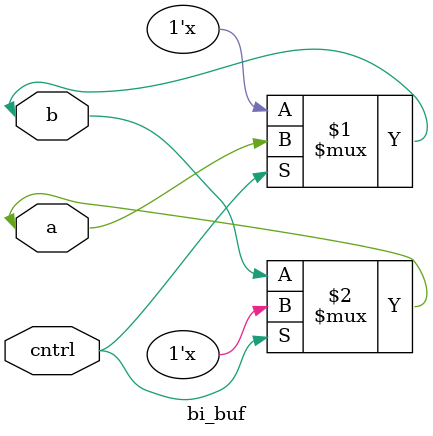
<source format=v>
module bi_buf(input cntrl, inout a,b);

bufif1 m1(b,a,cntrl);
bufif0 m2(a,b,cntrl);

endmodule
</source>
